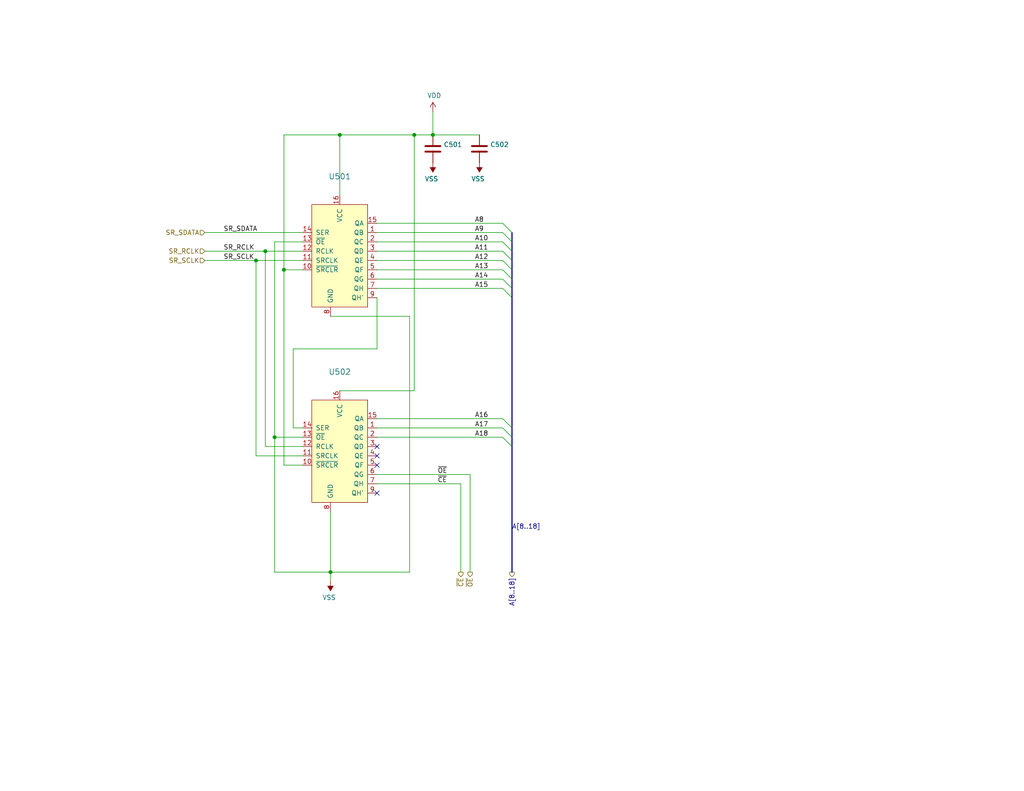
<source format=kicad_sch>
(kicad_sch (version 20211123) (generator eeschema)
  (paper "USLetter")
  (title_block (title "1005 Flash Programmer") (date "2021-12-12") (rev "1") (company "Dan Wilson") (comment 3 "Copyright © 2021 Dan Wilson") (comment 4 "SST39SF0x0A Flash Programmer"))
  (lib_symbols
    (symbol "Device:C" (pin_numbers hide) (pin_names (offset 0.254))
      (property "Reference" "C" (at 0.635 2.54 0))
      (property "Value" "C" (at 0.635 -2.54 0))
      (symbol "C_0_1"
        (polyline (pts (xy -2.032 -0.762) (xy 2.032 -0.762)) (stroke (width 0.508)))
        (polyline (pts (xy -2.032 0.762) (xy 2.032 0.762)) (stroke (width 0.508)))
      )
      (symbol "C_1_1"
        (pin passive line (at 0 3.81 270) (length 2.794) (name "~") (number "1"))
        (pin passive line (at 0 -3.81 90) (length 2.794) (name "~") (number "2"))
      )
    )
    (symbol "dk_Logic-Shift-Registers:SN74HC595N" (pin_names (offset 1.016))
      (property "Reference" "U" (at -11.43 16.51 0))
      (property "Value" "SN74HC595N" (at -3.81 0 90))
      (symbol "SN74HC595N_0_1"
        (rectangle (start -12.7 15.24) (end 2.54 -12.7) (fill (type background)))
      )
      (symbol "SN74HC595N_1_1"
        (pin output line (at 5.08 7.62 180) (length 2.54) (name "QB") (number "1"))
        (pin input line (at -15.24 -2.54 0) (length 2.54) (name "~{SRCLR}") (number "10"))
        (pin input line (at -15.24 0 0) (length 2.54) (name "SRCLK") (number "11"))
        (pin input line (at -15.24 2.54 0) (length 2.54) (name "RCLK") (number "12"))
        (pin input line (at -15.24 5.08 0) (length 2.54) (name "~{OE}") (number "13"))
        (pin input line (at -15.24 7.62 0) (length 2.54) (name "SER") (number "14"))
        (pin output line (at 5.08 10.16 180) (length 2.54) (name "QA") (number "15"))
        (pin power_in line (at -5.08 17.78 270) (length 2.54) (name "VCC") (number "16"))
        (pin output line (at 5.08 5.08 180) (length 2.54) (name "QC") (number "2"))
        (pin output line (at 5.08 2.54 180) (length 2.54) (name "QD") (number "3"))
        (pin output line (at 5.08 0 180) (length 2.54) (name "QE") (number "4"))
        (pin output line (at 5.08 -2.54 180) (length 2.54) (name "QF") (number "5"))
        (pin output line (at 5.08 -5.08 180) (length 2.54) (name "QG") (number "6"))
        (pin output line (at 5.08 -7.62 180) (length 2.54) (name "QH") (number "7"))
        (pin power_in line (at -7.62 -15.24 90) (length 2.54) (name "GND") (number "8"))
        (pin output line (at 5.08 -10.16 180) (length 2.54) (name "QH'") (number "9"))
      )
    )
    (symbol "power:VDD" (power) (pin_names (offset 0))
      (property "Value" "VDD" (at 0 3.81 0))
      (symbol "VDD_0_1"
        (polyline (pts (xy -0.762 1.27) (xy 0 2.54)))
        (polyline (pts (xy 0 0) (xy 0 2.54)))
        (polyline (pts (xy 0 2.54) (xy 0.762 1.27)))
      )
      (symbol "VDD_1_1"
        (pin power_in line (at 0 0 90) (length 0) hide (name "VDD") (number "1"))
      )
    )
    (symbol "power:VSS" (power) (pin_names (offset 0))
      (property "Value" "VSS" (at 0 3.81 0))
      (symbol "VSS_0_1"
        (polyline (pts (xy 0 0) (xy 0 2.54)))
        (polyline (pts (xy 0.762 1.27) (xy -0.762 1.27) (xy 0 2.54) (xy 0.762 1.27)) (fill (type outline)))
      )
      (symbol "VSS_1_1"
        (pin power_in line (at 0 0 90) (length 0) hide (name "VSS") (number "1"))
      )
    )
  )
  (junction (at 72.39 68.58))
  (junction (at 69.85 71.12))
  (junction (at 74.93 119.38))
  (junction (at 77.47 73.66))
  (junction (at 118.11 36.83))
  (junction (at 90.17 156.21))
  (junction (at 92.71 36.83))
  (junction (at 113.03 36.83))
  (no_connect (at 102.87 134.62))
  (no_connect (at 102.87 121.92))
  (no_connect (at 102.87 124.46))
  (no_connect (at 102.87 127))
  (bus_entry (at 137.16 63.5) (size 2.54 2.54))
  (bus_entry (at 137.16 66.04) (size 2.54 2.54))
  (bus_entry (at 137.16 76.2) (size 2.54 2.54))
  (bus_entry (at 137.16 78.74) (size 2.54 2.54))
  (bus_entry (at 137.16 60.96) (size 2.54 2.54))
  (bus_entry (at 137.16 119.38) (size 2.54 2.54))
  (bus_entry (at 137.16 68.58) (size 2.54 2.54))
  (bus_entry (at 137.16 71.12) (size 2.54 2.54))
  (bus_entry (at 137.16 73.66) (size 2.54 2.54))
  (bus_entry (at 137.16 114.3) (size 2.54 2.54))
  (bus_entry (at 137.16 116.84) (size 2.54 2.54))
  (wire (pts (xy 118.11 36.83) (xy 118.11 30.48)))
  (wire (pts (xy 80.01 95.25) (xy 80.01 116.84)))
  (bus (pts (xy 139.7 81.28) (xy 139.7 116.84)))
  (wire (pts (xy 128.27 129.54) (xy 128.27 156.21)))
  (wire (pts (xy 102.87 71.12) (xy 137.16 71.12)))
  (wire (pts (xy 118.11 36.83) (xy 130.81 36.83)))
  (bus (pts (xy 139.7 78.74) (xy 139.7 81.28)))
  (bus (pts (xy 139.7 66.04) (xy 139.7 68.58)))
  (bus (pts (xy 139.7 119.38) (xy 139.7 121.92)))
  (bus (pts (xy 139.7 73.66) (xy 139.7 76.2)))
  (wire (pts (xy 111.76 86.36) (xy 111.76 156.21)))
  (wire (pts (xy 113.03 36.83) (xy 118.11 36.83)))
  (wire (pts (xy 69.85 124.46) (xy 82.55 124.46)))
  (wire (pts (xy 102.87 73.66) (xy 137.16 73.66)))
  (wire (pts (xy 92.71 106.68) (xy 113.03 106.68)))
  (wire (pts (xy 102.87 76.2) (xy 137.16 76.2)))
  (wire (pts (xy 72.39 121.92) (xy 82.55 121.92)))
  (wire (pts (xy 82.55 68.58) (xy 72.39 68.58)))
  (wire (pts (xy 102.87 68.58) (xy 137.16 68.58)))
  (wire (pts (xy 102.87 116.84) (xy 137.16 116.84)))
  (bus (pts (xy 139.7 121.92) (xy 139.7 156.21)))
  (wire (pts (xy 102.87 95.25) (xy 80.01 95.25)))
  (wire (pts (xy 92.71 36.83) (xy 113.03 36.83)))
  (wire (pts (xy 74.93 66.04) (xy 74.93 119.38)))
  (wire (pts (xy 102.87 78.74) (xy 137.16 78.74)))
  (wire (pts (xy 74.93 156.21) (xy 90.17 156.21)))
  (wire (pts (xy 77.47 73.66) (xy 77.47 36.83)))
  (wire (pts (xy 102.87 129.54) (xy 128.27 129.54)))
  (wire (pts (xy 90.17 156.21) (xy 90.17 139.7)))
  (wire (pts (xy 82.55 119.38) (xy 74.93 119.38)))
  (wire (pts (xy 102.87 132.08) (xy 125.73 132.08)))
  (wire (pts (xy 102.87 81.28) (xy 102.87 95.25)))
  (wire (pts (xy 74.93 119.38) (xy 74.93 156.21)))
  (wire (pts (xy 82.55 66.04) (xy 74.93 66.04)))
  (wire (pts (xy 90.17 86.36) (xy 111.76 86.36)))
  (bus (pts (xy 139.7 116.84) (xy 139.7 119.38)))
  (wire (pts (xy 111.76 156.21) (xy 90.17 156.21)))
  (wire (pts (xy 77.47 36.83) (xy 92.71 36.83)))
  (wire (pts (xy 69.85 71.12) (xy 69.85 124.46)))
  (wire (pts (xy 125.73 132.08) (xy 125.73 156.21)))
  (wire (pts (xy 77.47 127) (xy 82.55 127)))
  (bus (pts (xy 139.7 68.58) (xy 139.7 71.12)))
  (wire (pts (xy 102.87 114.3) (xy 137.16 114.3)))
  (wire (pts (xy 102.87 63.5) (xy 137.16 63.5)))
  (wire (pts (xy 82.55 63.5) (xy 55.88 63.5)))
  (wire (pts (xy 102.87 60.96) (xy 137.16 60.96)))
  (bus (pts (xy 139.7 63.5) (xy 139.7 66.04)))
  (wire (pts (xy 80.01 116.84) (xy 82.55 116.84)))
  (bus (pts (xy 139.7 71.12) (xy 139.7 73.66)))
  (wire (pts (xy 69.85 71.12) (xy 55.88 71.12)))
  (wire (pts (xy 77.47 73.66) (xy 77.47 127)))
  (wire (pts (xy 102.87 66.04) (xy 137.16 66.04)))
  (wire (pts (xy 82.55 71.12) (xy 69.85 71.12)))
  (wire (pts (xy 102.87 119.38) (xy 137.16 119.38)))
  (bus (pts (xy 139.7 76.2) (xy 139.7 78.74)))
  (wire (pts (xy 90.17 158.75) (xy 90.17 156.21)))
  (wire (pts (xy 72.39 68.58) (xy 72.39 121.92)))
  (wire (pts (xy 113.03 106.68) (xy 113.03 36.83)))
  (wire (pts (xy 72.39 68.58) (xy 55.88 68.58)))
  (wire (pts (xy 82.55 73.66) (xy 77.47 73.66)))
  (wire (pts (xy 92.71 53.34) (xy 92.71 36.83)))
  (label "SR_RCLK" (at 60.96 68.58 0))
  (label "A17" (at 129.54 116.84 0))
  (label "A14" (at 129.54 76.2 0))
  (label "~{OE}" (at 119.38 129.54 0))
  (label "A13" (at 129.54 73.66 0))
  (label "A18" (at 129.54 119.38 0))
  (label "A16" (at 129.54 114.3 0))
  (label "A11" (at 129.54 68.58 0))
  (label "~{CE}" (at 119.38 132.08 0))
  (label "A[8..18]" (at 139.7 144.78 0))
  (label "A15" (at 129.54 78.74 0))
  (label "A12" (at 129.54 71.12 0))
  (label "A9" (at 129.54 63.5 0))
  (label "SR_SDATA" (at 60.96 63.5 0))
  (label "A8" (at 129.54 60.96 0))
  (label "A10" (at 129.54 66.04 0))
  (label "SR_SCLK" (at 60.96 71.12 0))
  (hierarchical_label "SR_SDATA" (shape input) (at 55.88 63.5 180))
  (hierarchical_label "SR_SCLK" (shape input) (at 55.88 71.12 180))
  (hierarchical_label "SR_RCLK" (shape input) (at 55.88 68.58 180))
  (hierarchical_label "A[8..18]" (shape output) (at 139.7 156.21 270))
  (hierarchical_label "~{OE}" (shape output) (at 128.27 156.21 270))
  (hierarchical_label "~{CE}" (shape output) (at 125.73 156.21 270))
  (symbol (lib_id "dk_Logic-Shift-Registers:SN74HC595N") (at 97.79 71.12 0) (unit 1)
    (property "Reference" "U501" (at 92.71 48.1838 0) (effects (font (size 1.524 1.524))))
    (property "Datasheet" "https://www.ti.com/general/docs/suppproductinfo.tsp?distId=10&gotoUrl=https%3A%2F%2Fwww.ti.com%2Flit%2Fgpn%2Fsn74hc595" (effects hide))
    (property "Digi-Key_PN" "296-36142-5-ND" (effects hide))
    (property "MPN" "SN74HC595NE4" (effects hide))
    (property "Category" "Integrated Circuits (ICs)" (effects hide))
    (property "Family" "Logic - Shift Registers" (effects hide))
    (property "DK_Datasheet_Link" "https://www.ti.com/general/docs/suppproductinfo.tsp?distId=10&gotoUrl=https%3A%2F%2Fwww.ti.com%2Flit%2Fgpn%2Fsn74hc595" (effects hide))
    (property "DK_Detail_Page" "https://www.digikey.com/en/products/detail/texas-instruments/SN74HC595NE4/1571270" (effects hide))
    (property "Description" "IC SHIFT REGISTER 8BIT 16-DIP" (effects hide))
    (property "Manufacturer" "Texas Instruments" (effects hide))
    (property "Status" "Active" (effects hide))
  )
  (symbol (lib_id "dk_Logic-Shift-Registers:SN74HC595N") (at 97.79 124.46 0) (unit 1)
    (property "Reference" "U502" (at 92.71 101.5238 0) (effects (font (size 1.524 1.524))))
    (property "Datasheet" "https://www.ti.com/general/docs/suppproductinfo.tsp?distId=10&gotoUrl=https%3A%2F%2Fwww.ti.com%2Flit%2Fgpn%2Fsn74hc595" (effects hide))
    (property "Digi-Key_PN" "296-36142-5-ND" (effects hide))
    (property "MPN" "SN74HC595NE4" (effects hide))
    (property "Category" "Integrated Circuits (ICs)" (effects hide))
    (property "Family" "Logic - Shift Registers" (effects hide))
    (property "DK_Datasheet_Link" "https://www.ti.com/general/docs/suppproductinfo.tsp?distId=10&gotoUrl=https%3A%2F%2Fwww.ti.com%2Flit%2Fgpn%2Fsn74hc595" (effects hide))
    (property "DK_Detail_Page" "https://www.digikey.com/en/products/detail/texas-instruments/SN74HC595NE4/1571270" (effects hide))
    (property "Description" "IC SHIFT REGISTER 8BIT 16-DIP" (effects hide))
    (property "Manufacturer" "Texas Instruments" (effects hide))
    (property "Status" "Active" (effects hide))
  )
  (symbol (lib_id "power:VDD") (at 118.11 30.48 0) (unit 1)
    (property "Reference" "#PWR0501" (effects hide))
  )
  (symbol (lib_id "Device:C") (at 118.11 40.64 0) (unit 1)
    (property "Reference" "C501" (at 121.031 39.4716 0) (effects (justify left)))
    (property "Description" "CAP CER 0.1UF 50V X7R RADIAL" (effects hide))
    (property "Digi-Key_PN" "445-173588-1-ND" (effects hide))
    (property "Family" "Ceramic Capacitors" (effects hide))
    (property "MPN" "FG28X7R1H104KNT06" (effects hide))
    (property "Manufacturer" "TDK Corporation" (effects hide))
  )
  (symbol (lib_id "power:VSS") (at 118.11 44.45 180) (unit 1)
    (property "Reference" "#PWR0502" (effects hide))
  )
  (symbol (lib_id "power:VSS") (at 90.17 158.75 180) (unit 1)
    (property "Reference" "#PWR0503" (effects hide))
  )
  (symbol (lib_id "Device:C") (at 130.81 40.64 0) (unit 1)
    (property "Reference" "C502" (at 133.731 39.4716 0) (effects (justify left)))
    (property "Description" "CAP CER 0.1UF 50V X7R RADIAL" (effects hide))
    (property "Digi-Key_PN" "445-173588-1-ND" (effects hide))
    (property "Family" "Ceramic Capacitors" (effects hide))
    (property "MPN" "FG28X7R1H104KNT06" (effects hide))
    (property "Manufacturer" "TDK Corporation" (effects hide))
  )
  (symbol (lib_id "power:VSS") (at 130.81 44.45 180) (unit 1)
    (property "Reference" "#PWR0504" (effects hide))
  )
)
</source>
